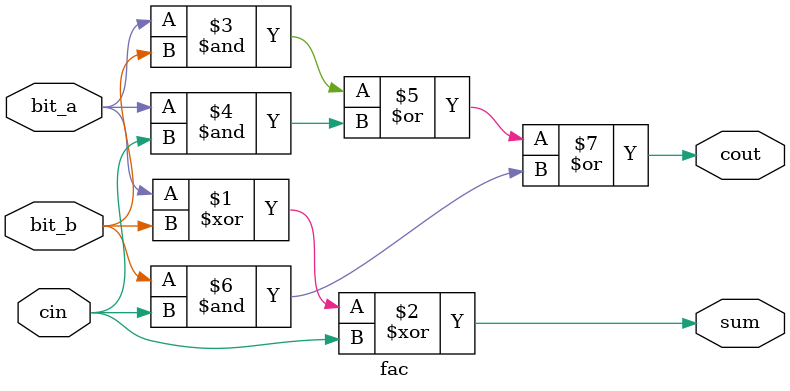
<source format=v>
`ifndef FAC_V
`define FAC_V

module fac (

  input bit_a,
  input bit_b,
  input cin,
  output sum,
  output cout

);

assign sum = bit_a ^ bit_b ^ cin;
assign cout = (bit_a & bit_b) | (bit_a & cin) | (bit_b & cin);

endmodule

`endif
</source>
